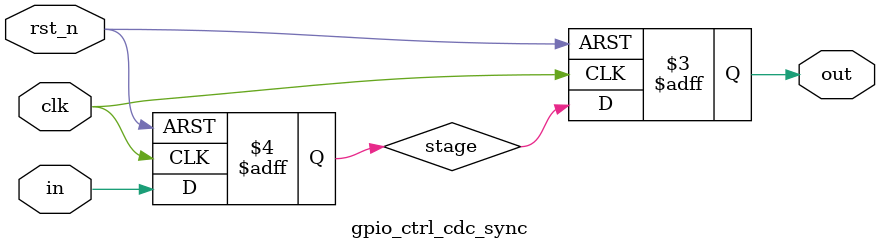
<source format=sv>
module gpio_ctrl_cdc_sync #(
	parameter WIDTH = 1
) (
	input logic				 clk,
	input logic				 rst_n,
	input logic [WIDTH-1:0]	 in,
	output logic [WIDTH-1:0] out);

	logic [WIDTH-1:0] stage;

	always_ff @(posedge clk or negedge rst_n) begin
		if(~rst_n) begin
			stage <= '0;
			out <= '0;
		end else begin
			stage <= in;
			out <= stage;
		end
	end

endmodule // gpio_ctrl_cdc_sync

</source>
